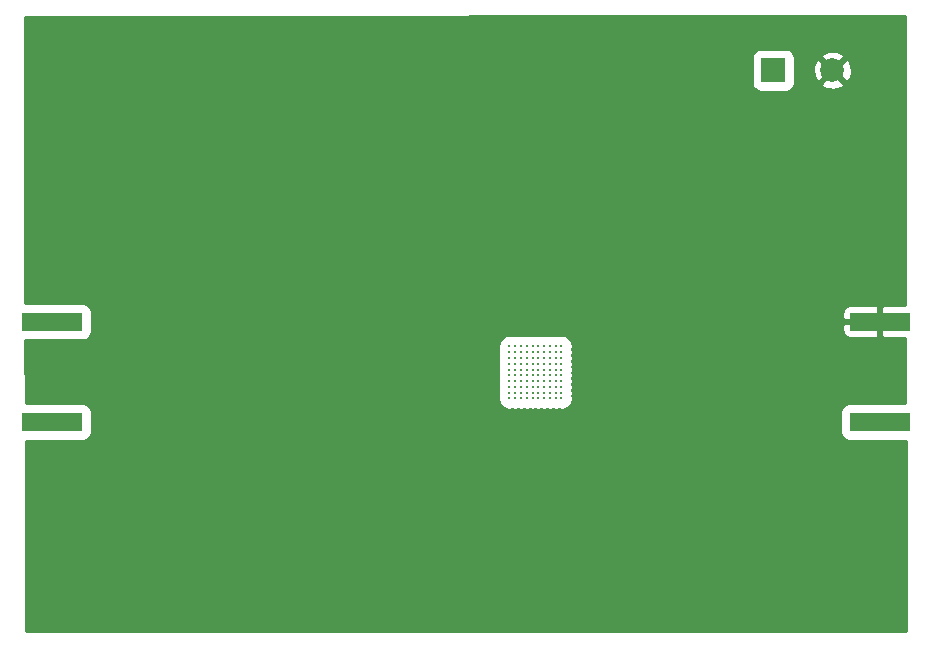
<source format=gbl>
G04 #@! TF.GenerationSoftware,KiCad,Pcbnew,(5.1.9)-1*
G04 #@! TF.CreationDate,2022-02-07T19:04:32+01:00*
G04 #@! TF.ProjectId,AmplificadorV2,416d706c-6966-4696-9361-646f7256322e,rev?*
G04 #@! TF.SameCoordinates,Original*
G04 #@! TF.FileFunction,Copper,L4,Bot*
G04 #@! TF.FilePolarity,Positive*
%FSLAX46Y46*%
G04 Gerber Fmt 4.6, Leading zero omitted, Abs format (unit mm)*
G04 Created by KiCad (PCBNEW (5.1.9)-1) date 2022-02-07 19:04:32*
%MOMM*%
%LPD*%
G01*
G04 APERTURE LIST*
G04 #@! TA.AperFunction,SMDPad,CuDef*
%ADD10R,5.080000X1.500000*%
G04 #@! TD*
G04 #@! TA.AperFunction,ComponentPad*
%ADD11C,2.000000*%
G04 #@! TD*
G04 #@! TA.AperFunction,ComponentPad*
%ADD12R,2.000000X2.000000*%
G04 #@! TD*
G04 #@! TA.AperFunction,ComponentPad*
%ADD13C,0.245000*%
G04 #@! TD*
G04 #@! TA.AperFunction,Conductor*
%ADD14C,0.254000*%
G04 #@! TD*
G04 #@! TA.AperFunction,Conductor*
%ADD15C,0.100000*%
G04 #@! TD*
G04 APERTURE END LIST*
D10*
X57302400Y9355400D03*
X57302400Y855400D03*
X-12776200Y855400D03*
X-12776200Y9355400D03*
D11*
X53285400Y30632400D03*
D12*
X48285400Y30632400D03*
D13*
X30343400Y2849600D03*
X30343400Y3339600D03*
X30343400Y3829600D03*
X30343400Y4319600D03*
X30343400Y4809600D03*
X30343400Y5299600D03*
X30343400Y5789600D03*
X30343400Y6279600D03*
X30343400Y6769600D03*
X30343400Y7259600D03*
X29853400Y2849600D03*
X29853400Y3339600D03*
X29853400Y3829600D03*
X29853400Y4319600D03*
X29853400Y4809600D03*
X29853400Y5299600D03*
X29853400Y5789600D03*
X29853400Y6279600D03*
X29853400Y6769600D03*
X29853400Y7259600D03*
X29363400Y2849600D03*
X29363400Y3339600D03*
X29363400Y3829600D03*
X29363400Y4319600D03*
X29363400Y4809600D03*
X29363400Y5299600D03*
X29363400Y5789600D03*
X29363400Y6279600D03*
X29363400Y6769600D03*
X29363400Y7259600D03*
X28873400Y2849600D03*
X28873400Y3339600D03*
X28873400Y3829600D03*
X28873400Y4319600D03*
X28873400Y4809600D03*
X28873400Y5299600D03*
X28873400Y5789600D03*
X28873400Y6279600D03*
X28873400Y6769600D03*
X28873400Y7259600D03*
X28383400Y2849600D03*
X28383400Y3339600D03*
X28383400Y3829600D03*
X28383400Y4319600D03*
X28383400Y4809600D03*
X28383400Y5299600D03*
X28383400Y5789600D03*
X28383400Y6279600D03*
X28383400Y6769600D03*
X28383400Y7259600D03*
X27893400Y2849600D03*
X27893400Y3339600D03*
X27893400Y3829600D03*
X27893400Y4319600D03*
X27893400Y4809600D03*
X27893400Y5299600D03*
X27893400Y5789600D03*
X27893400Y6279600D03*
X27893400Y6769600D03*
X27893400Y7259600D03*
X27403400Y2849600D03*
X27403400Y3339600D03*
X27403400Y3829600D03*
X27403400Y4319600D03*
X27403400Y4809600D03*
X27403400Y5299600D03*
X27403400Y5789600D03*
X27403400Y6279600D03*
X27403400Y6769600D03*
X27403400Y7259600D03*
X26913400Y2849600D03*
X26913400Y3339600D03*
X26913400Y3829600D03*
X26913400Y4319600D03*
X26913400Y4809600D03*
X26913400Y5299600D03*
X26913400Y5789600D03*
X26913400Y6279600D03*
X26913400Y6769600D03*
X26913400Y7259600D03*
X26423400Y2849600D03*
X26423400Y3339600D03*
X26423400Y3829600D03*
X26423400Y4319600D03*
X26423400Y4809600D03*
X26423400Y5299600D03*
X26423400Y5789600D03*
X26423400Y6279600D03*
X26423400Y6769600D03*
X26423400Y7259600D03*
X25933400Y2849600D03*
X25933400Y3339600D03*
X25933400Y3829600D03*
X25933400Y4319600D03*
X25933400Y4809600D03*
X25933400Y5299600D03*
X25933400Y5789600D03*
X25933400Y6279600D03*
X25933400Y6769600D03*
X25933400Y7259600D03*
D14*
X59448640Y10742935D02*
X57588150Y10740400D01*
X57429400Y10581650D01*
X57429400Y9482400D01*
X57449400Y9482400D01*
X57449400Y9228400D01*
X57429400Y9228400D01*
X57429400Y8129150D01*
X57588150Y7970400D01*
X59455197Y7967856D01*
X59468249Y2444440D01*
X54762400Y2444440D01*
X54598711Y2428318D01*
X54441313Y2380572D01*
X54296254Y2303036D01*
X54169109Y2198691D01*
X54064764Y2071546D01*
X53987228Y1926487D01*
X53939482Y1769089D01*
X53923360Y1605400D01*
X53923360Y105400D01*
X53939482Y-58289D01*
X53987228Y-215687D01*
X54064764Y-360746D01*
X54169109Y-487891D01*
X54296254Y-592236D01*
X54441313Y-669772D01*
X54598711Y-717518D01*
X54762400Y-733640D01*
X59475759Y-733640D01*
X59513767Y-16818687D01*
X-14991225Y-16843515D01*
X-15021679Y-733640D01*
X-10236200Y-733640D01*
X-10072511Y-717518D01*
X-9915113Y-669772D01*
X-9770054Y-592236D01*
X-9642909Y-487891D01*
X-9538564Y-360746D01*
X-9461028Y-215687D01*
X-9413282Y-58289D01*
X-9397160Y105400D01*
X-9397160Y1605400D01*
X-9413282Y1769089D01*
X-9461028Y1926487D01*
X-9538564Y2071546D01*
X-9642909Y2198691D01*
X-9770054Y2303036D01*
X-9915113Y2380572D01*
X-10072511Y2428318D01*
X-10236200Y2444440D01*
X-15027686Y2444440D01*
X-15036967Y7353906D01*
X24975900Y7353906D01*
X24975900Y7165294D01*
X25005875Y7014600D01*
X24975900Y6863906D01*
X24975900Y6675294D01*
X25005875Y6524600D01*
X24975900Y6373906D01*
X24975900Y6185294D01*
X25005875Y6034600D01*
X24975900Y5883906D01*
X24975900Y5695294D01*
X25005875Y5544600D01*
X24975900Y5393906D01*
X24975900Y5205294D01*
X25005875Y5054600D01*
X24975900Y4903906D01*
X24975900Y4715294D01*
X25005875Y4564600D01*
X24975900Y4413906D01*
X24975900Y4225294D01*
X25005875Y4074600D01*
X24975900Y3923906D01*
X24975900Y3735294D01*
X25005875Y3584600D01*
X24975900Y3433906D01*
X24975900Y3245294D01*
X25005875Y3094600D01*
X24975900Y2943906D01*
X24975900Y2755294D01*
X25012696Y2570308D01*
X25084874Y2396054D01*
X25189661Y2239229D01*
X25323029Y2105861D01*
X25479854Y2001074D01*
X25654108Y1928896D01*
X25839094Y1892100D01*
X26027706Y1892100D01*
X26178400Y1922075D01*
X26329094Y1892100D01*
X26517706Y1892100D01*
X26668400Y1922075D01*
X26819094Y1892100D01*
X27007706Y1892100D01*
X27158400Y1922075D01*
X27309094Y1892100D01*
X27497706Y1892100D01*
X27648400Y1922075D01*
X27799094Y1892100D01*
X27987706Y1892100D01*
X28138400Y1922075D01*
X28289094Y1892100D01*
X28477706Y1892100D01*
X28628400Y1922075D01*
X28779094Y1892100D01*
X28967706Y1892100D01*
X29118400Y1922075D01*
X29269094Y1892100D01*
X29457706Y1892100D01*
X29608400Y1922075D01*
X29759094Y1892100D01*
X29947706Y1892100D01*
X30098400Y1922075D01*
X30249094Y1892100D01*
X30437706Y1892100D01*
X30622692Y1928896D01*
X30796946Y2001074D01*
X30953771Y2105861D01*
X31087139Y2239229D01*
X31191926Y2396054D01*
X31264104Y2570308D01*
X31300900Y2755294D01*
X31300900Y2943906D01*
X31270925Y3094600D01*
X31300900Y3245294D01*
X31300900Y3433906D01*
X31270925Y3584600D01*
X31300900Y3735294D01*
X31300900Y3923906D01*
X31270925Y4074600D01*
X31300900Y4225294D01*
X31300900Y4413906D01*
X31270925Y4564600D01*
X31300900Y4715294D01*
X31300900Y4903906D01*
X31270925Y5054600D01*
X31300900Y5205294D01*
X31300900Y5393906D01*
X31270925Y5544600D01*
X31300900Y5695294D01*
X31300900Y5883906D01*
X31270925Y6034600D01*
X31300900Y6185294D01*
X31300900Y6373906D01*
X31270925Y6524600D01*
X31300900Y6675294D01*
X31300900Y6863906D01*
X31270925Y7014600D01*
X31300900Y7165294D01*
X31300900Y7353906D01*
X31264104Y7538892D01*
X31191926Y7713146D01*
X31087139Y7869971D01*
X30953771Y8003339D01*
X30796946Y8108126D01*
X30622692Y8180304D01*
X30437706Y8217100D01*
X30249094Y8217100D01*
X30098400Y8187125D01*
X29947706Y8217100D01*
X29759094Y8217100D01*
X29608400Y8187125D01*
X29457706Y8217100D01*
X29269094Y8217100D01*
X29118400Y8187125D01*
X28967706Y8217100D01*
X28779094Y8217100D01*
X28628400Y8187125D01*
X28477706Y8217100D01*
X28289094Y8217100D01*
X28138400Y8187125D01*
X27987706Y8217100D01*
X27799094Y8217100D01*
X27648400Y8187125D01*
X27497706Y8217100D01*
X27309094Y8217100D01*
X27158400Y8187125D01*
X27007706Y8217100D01*
X26819094Y8217100D01*
X26668400Y8187125D01*
X26517706Y8217100D01*
X26329094Y8217100D01*
X26178400Y8187125D01*
X26027706Y8217100D01*
X25839094Y8217100D01*
X25654108Y8180304D01*
X25479854Y8108126D01*
X25323029Y8003339D01*
X25189661Y7869971D01*
X25084874Y7713146D01*
X25012696Y7538892D01*
X24975900Y7353906D01*
X-15036967Y7353906D01*
X-15037747Y7766360D01*
X-10236200Y7766360D01*
X-10072511Y7782482D01*
X-9915113Y7830228D01*
X-9770054Y7907764D01*
X-9642909Y8012109D01*
X-9538564Y8139254D01*
X-9461028Y8284313D01*
X-9413282Y8441711D01*
X-9397160Y8605400D01*
X54124328Y8605400D01*
X54136588Y8480918D01*
X54172898Y8361220D01*
X54231863Y8250906D01*
X54311215Y8154215D01*
X54407906Y8074863D01*
X54518220Y8015898D01*
X54637918Y7979588D01*
X54762400Y7967328D01*
X57016650Y7970400D01*
X57175400Y8129150D01*
X57175400Y9228400D01*
X54286150Y9228400D01*
X54127400Y9069650D01*
X54124328Y8605400D01*
X-9397160Y8605400D01*
X-9397160Y10105400D01*
X54124328Y10105400D01*
X54127400Y9641150D01*
X54286150Y9482400D01*
X57175400Y9482400D01*
X57175400Y10581650D01*
X57016650Y10740400D01*
X54762400Y10743472D01*
X54637918Y10731212D01*
X54518220Y10694902D01*
X54407906Y10635937D01*
X54311215Y10556585D01*
X54231863Y10459894D01*
X54172898Y10349580D01*
X54136588Y10229882D01*
X54124328Y10105400D01*
X-9397160Y10105400D01*
X-9413282Y10269089D01*
X-9461028Y10426487D01*
X-9538564Y10571546D01*
X-9642909Y10698691D01*
X-9770054Y10803036D01*
X-9915113Y10880572D01*
X-10072511Y10928318D01*
X-10236200Y10944440D01*
X-15043754Y10944440D01*
X-15082862Y31632400D01*
X46446360Y31632400D01*
X46446360Y29632400D01*
X46462482Y29468711D01*
X46510228Y29311313D01*
X46587764Y29166254D01*
X46692109Y29039109D01*
X46819254Y28934764D01*
X46964313Y28857228D01*
X47121711Y28809482D01*
X47285400Y28793360D01*
X49285400Y28793360D01*
X49449089Y28809482D01*
X49606487Y28857228D01*
X49751546Y28934764D01*
X49878691Y29039109D01*
X49983036Y29166254D01*
X50060572Y29311313D01*
X50108318Y29468711D01*
X50111102Y29496987D01*
X52329592Y29496987D01*
X52425356Y29232586D01*
X52714971Y29091696D01*
X53026508Y29010016D01*
X53347995Y28990682D01*
X53667075Y29034439D01*
X53971488Y29139605D01*
X54145444Y29232586D01*
X54241208Y29496987D01*
X53285400Y30452795D01*
X52329592Y29496987D01*
X50111102Y29496987D01*
X50124440Y29632400D01*
X50124440Y30569805D01*
X51643682Y30569805D01*
X51687439Y30250725D01*
X51792605Y29946312D01*
X51885586Y29772356D01*
X52149987Y29676592D01*
X53105795Y30632400D01*
X53465005Y30632400D01*
X54420813Y29676592D01*
X54685214Y29772356D01*
X54826104Y30061971D01*
X54907784Y30373508D01*
X54927118Y30694995D01*
X54883361Y31014075D01*
X54778195Y31318488D01*
X54685214Y31492444D01*
X54420813Y31588208D01*
X53465005Y30632400D01*
X53105795Y30632400D01*
X52149987Y31588208D01*
X51885586Y31492444D01*
X51744696Y31202829D01*
X51663016Y30891292D01*
X51643682Y30569805D01*
X50124440Y30569805D01*
X50124440Y31632400D01*
X50111103Y31767813D01*
X52329592Y31767813D01*
X53285400Y30812005D01*
X54241208Y31767813D01*
X54145444Y32032214D01*
X53855829Y32173104D01*
X53544292Y32254784D01*
X53222805Y32274118D01*
X52903725Y32230361D01*
X52599312Y32125195D01*
X52425356Y32032214D01*
X52329592Y31767813D01*
X50111103Y31767813D01*
X50108318Y31796089D01*
X50060572Y31953487D01*
X49983036Y32098546D01*
X49878691Y32225691D01*
X49751546Y32330036D01*
X49606487Y32407572D01*
X49449089Y32455318D01*
X49285400Y32471440D01*
X47285400Y32471440D01*
X47121711Y32455318D01*
X46964313Y32407572D01*
X46819254Y32330036D01*
X46692109Y32225691D01*
X46587764Y32098546D01*
X46510228Y31953487D01*
X46462482Y31796089D01*
X46446360Y31632400D01*
X-15082862Y31632400D01*
X-15089574Y35182887D01*
X59390831Y35207715D01*
X59448640Y10742935D01*
G04 #@! TA.AperFunction,Conductor*
D15*
G36*
X59448640Y10742935D02*
G01*
X57588150Y10740400D01*
X57429400Y10581650D01*
X57429400Y9482400D01*
X57449400Y9482400D01*
X57449400Y9228400D01*
X57429400Y9228400D01*
X57429400Y8129150D01*
X57588150Y7970400D01*
X59455197Y7967856D01*
X59468249Y2444440D01*
X54762400Y2444440D01*
X54598711Y2428318D01*
X54441313Y2380572D01*
X54296254Y2303036D01*
X54169109Y2198691D01*
X54064764Y2071546D01*
X53987228Y1926487D01*
X53939482Y1769089D01*
X53923360Y1605400D01*
X53923360Y105400D01*
X53939482Y-58289D01*
X53987228Y-215687D01*
X54064764Y-360746D01*
X54169109Y-487891D01*
X54296254Y-592236D01*
X54441313Y-669772D01*
X54598711Y-717518D01*
X54762400Y-733640D01*
X59475759Y-733640D01*
X59513767Y-16818687D01*
X-14991225Y-16843515D01*
X-15021679Y-733640D01*
X-10236200Y-733640D01*
X-10072511Y-717518D01*
X-9915113Y-669772D01*
X-9770054Y-592236D01*
X-9642909Y-487891D01*
X-9538564Y-360746D01*
X-9461028Y-215687D01*
X-9413282Y-58289D01*
X-9397160Y105400D01*
X-9397160Y1605400D01*
X-9413282Y1769089D01*
X-9461028Y1926487D01*
X-9538564Y2071546D01*
X-9642909Y2198691D01*
X-9770054Y2303036D01*
X-9915113Y2380572D01*
X-10072511Y2428318D01*
X-10236200Y2444440D01*
X-15027686Y2444440D01*
X-15036967Y7353906D01*
X24975900Y7353906D01*
X24975900Y7165294D01*
X25005875Y7014600D01*
X24975900Y6863906D01*
X24975900Y6675294D01*
X25005875Y6524600D01*
X24975900Y6373906D01*
X24975900Y6185294D01*
X25005875Y6034600D01*
X24975900Y5883906D01*
X24975900Y5695294D01*
X25005875Y5544600D01*
X24975900Y5393906D01*
X24975900Y5205294D01*
X25005875Y5054600D01*
X24975900Y4903906D01*
X24975900Y4715294D01*
X25005875Y4564600D01*
X24975900Y4413906D01*
X24975900Y4225294D01*
X25005875Y4074600D01*
X24975900Y3923906D01*
X24975900Y3735294D01*
X25005875Y3584600D01*
X24975900Y3433906D01*
X24975900Y3245294D01*
X25005875Y3094600D01*
X24975900Y2943906D01*
X24975900Y2755294D01*
X25012696Y2570308D01*
X25084874Y2396054D01*
X25189661Y2239229D01*
X25323029Y2105861D01*
X25479854Y2001074D01*
X25654108Y1928896D01*
X25839094Y1892100D01*
X26027706Y1892100D01*
X26178400Y1922075D01*
X26329094Y1892100D01*
X26517706Y1892100D01*
X26668400Y1922075D01*
X26819094Y1892100D01*
X27007706Y1892100D01*
X27158400Y1922075D01*
X27309094Y1892100D01*
X27497706Y1892100D01*
X27648400Y1922075D01*
X27799094Y1892100D01*
X27987706Y1892100D01*
X28138400Y1922075D01*
X28289094Y1892100D01*
X28477706Y1892100D01*
X28628400Y1922075D01*
X28779094Y1892100D01*
X28967706Y1892100D01*
X29118400Y1922075D01*
X29269094Y1892100D01*
X29457706Y1892100D01*
X29608400Y1922075D01*
X29759094Y1892100D01*
X29947706Y1892100D01*
X30098400Y1922075D01*
X30249094Y1892100D01*
X30437706Y1892100D01*
X30622692Y1928896D01*
X30796946Y2001074D01*
X30953771Y2105861D01*
X31087139Y2239229D01*
X31191926Y2396054D01*
X31264104Y2570308D01*
X31300900Y2755294D01*
X31300900Y2943906D01*
X31270925Y3094600D01*
X31300900Y3245294D01*
X31300900Y3433906D01*
X31270925Y3584600D01*
X31300900Y3735294D01*
X31300900Y3923906D01*
X31270925Y4074600D01*
X31300900Y4225294D01*
X31300900Y4413906D01*
X31270925Y4564600D01*
X31300900Y4715294D01*
X31300900Y4903906D01*
X31270925Y5054600D01*
X31300900Y5205294D01*
X31300900Y5393906D01*
X31270925Y5544600D01*
X31300900Y5695294D01*
X31300900Y5883906D01*
X31270925Y6034600D01*
X31300900Y6185294D01*
X31300900Y6373906D01*
X31270925Y6524600D01*
X31300900Y6675294D01*
X31300900Y6863906D01*
X31270925Y7014600D01*
X31300900Y7165294D01*
X31300900Y7353906D01*
X31264104Y7538892D01*
X31191926Y7713146D01*
X31087139Y7869971D01*
X30953771Y8003339D01*
X30796946Y8108126D01*
X30622692Y8180304D01*
X30437706Y8217100D01*
X30249094Y8217100D01*
X30098400Y8187125D01*
X29947706Y8217100D01*
X29759094Y8217100D01*
X29608400Y8187125D01*
X29457706Y8217100D01*
X29269094Y8217100D01*
X29118400Y8187125D01*
X28967706Y8217100D01*
X28779094Y8217100D01*
X28628400Y8187125D01*
X28477706Y8217100D01*
X28289094Y8217100D01*
X28138400Y8187125D01*
X27987706Y8217100D01*
X27799094Y8217100D01*
X27648400Y8187125D01*
X27497706Y8217100D01*
X27309094Y8217100D01*
X27158400Y8187125D01*
X27007706Y8217100D01*
X26819094Y8217100D01*
X26668400Y8187125D01*
X26517706Y8217100D01*
X26329094Y8217100D01*
X26178400Y8187125D01*
X26027706Y8217100D01*
X25839094Y8217100D01*
X25654108Y8180304D01*
X25479854Y8108126D01*
X25323029Y8003339D01*
X25189661Y7869971D01*
X25084874Y7713146D01*
X25012696Y7538892D01*
X24975900Y7353906D01*
X-15036967Y7353906D01*
X-15037747Y7766360D01*
X-10236200Y7766360D01*
X-10072511Y7782482D01*
X-9915113Y7830228D01*
X-9770054Y7907764D01*
X-9642909Y8012109D01*
X-9538564Y8139254D01*
X-9461028Y8284313D01*
X-9413282Y8441711D01*
X-9397160Y8605400D01*
X54124328Y8605400D01*
X54136588Y8480918D01*
X54172898Y8361220D01*
X54231863Y8250906D01*
X54311215Y8154215D01*
X54407906Y8074863D01*
X54518220Y8015898D01*
X54637918Y7979588D01*
X54762400Y7967328D01*
X57016650Y7970400D01*
X57175400Y8129150D01*
X57175400Y9228400D01*
X54286150Y9228400D01*
X54127400Y9069650D01*
X54124328Y8605400D01*
X-9397160Y8605400D01*
X-9397160Y10105400D01*
X54124328Y10105400D01*
X54127400Y9641150D01*
X54286150Y9482400D01*
X57175400Y9482400D01*
X57175400Y10581650D01*
X57016650Y10740400D01*
X54762400Y10743472D01*
X54637918Y10731212D01*
X54518220Y10694902D01*
X54407906Y10635937D01*
X54311215Y10556585D01*
X54231863Y10459894D01*
X54172898Y10349580D01*
X54136588Y10229882D01*
X54124328Y10105400D01*
X-9397160Y10105400D01*
X-9413282Y10269089D01*
X-9461028Y10426487D01*
X-9538564Y10571546D01*
X-9642909Y10698691D01*
X-9770054Y10803036D01*
X-9915113Y10880572D01*
X-10072511Y10928318D01*
X-10236200Y10944440D01*
X-15043754Y10944440D01*
X-15082862Y31632400D01*
X46446360Y31632400D01*
X46446360Y29632400D01*
X46462482Y29468711D01*
X46510228Y29311313D01*
X46587764Y29166254D01*
X46692109Y29039109D01*
X46819254Y28934764D01*
X46964313Y28857228D01*
X47121711Y28809482D01*
X47285400Y28793360D01*
X49285400Y28793360D01*
X49449089Y28809482D01*
X49606487Y28857228D01*
X49751546Y28934764D01*
X49878691Y29039109D01*
X49983036Y29166254D01*
X50060572Y29311313D01*
X50108318Y29468711D01*
X50111102Y29496987D01*
X52329592Y29496987D01*
X52425356Y29232586D01*
X52714971Y29091696D01*
X53026508Y29010016D01*
X53347995Y28990682D01*
X53667075Y29034439D01*
X53971488Y29139605D01*
X54145444Y29232586D01*
X54241208Y29496987D01*
X53285400Y30452795D01*
X52329592Y29496987D01*
X50111102Y29496987D01*
X50124440Y29632400D01*
X50124440Y30569805D01*
X51643682Y30569805D01*
X51687439Y30250725D01*
X51792605Y29946312D01*
X51885586Y29772356D01*
X52149987Y29676592D01*
X53105795Y30632400D01*
X53465005Y30632400D01*
X54420813Y29676592D01*
X54685214Y29772356D01*
X54826104Y30061971D01*
X54907784Y30373508D01*
X54927118Y30694995D01*
X54883361Y31014075D01*
X54778195Y31318488D01*
X54685214Y31492444D01*
X54420813Y31588208D01*
X53465005Y30632400D01*
X53105795Y30632400D01*
X52149987Y31588208D01*
X51885586Y31492444D01*
X51744696Y31202829D01*
X51663016Y30891292D01*
X51643682Y30569805D01*
X50124440Y30569805D01*
X50124440Y31632400D01*
X50111103Y31767813D01*
X52329592Y31767813D01*
X53285400Y30812005D01*
X54241208Y31767813D01*
X54145444Y32032214D01*
X53855829Y32173104D01*
X53544292Y32254784D01*
X53222805Y32274118D01*
X52903725Y32230361D01*
X52599312Y32125195D01*
X52425356Y32032214D01*
X52329592Y31767813D01*
X50111103Y31767813D01*
X50108318Y31796089D01*
X50060572Y31953487D01*
X49983036Y32098546D01*
X49878691Y32225691D01*
X49751546Y32330036D01*
X49606487Y32407572D01*
X49449089Y32455318D01*
X49285400Y32471440D01*
X47285400Y32471440D01*
X47121711Y32455318D01*
X46964313Y32407572D01*
X46819254Y32330036D01*
X46692109Y32225691D01*
X46587764Y32098546D01*
X46510228Y31953487D01*
X46462482Y31796089D01*
X46446360Y31632400D01*
X-15082862Y31632400D01*
X-15089574Y35182887D01*
X59390831Y35207715D01*
X59448640Y10742935D01*
G37*
G04 #@! TD.AperFunction*
M02*

</source>
